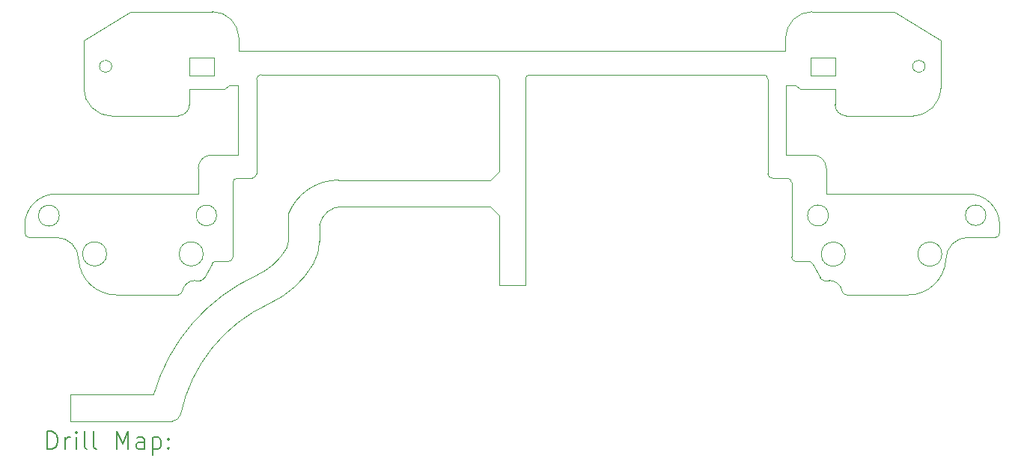
<source format=gbr>
%TF.GenerationSoftware,KiCad,Pcbnew,8.0.2*%
%TF.CreationDate,2024-12-03T00:09:43-08:00*%
%TF.ProjectId,procon_trigger_pcb,70726f63-6f6e-45f7-9472-69676765725f,rev?*%
%TF.SameCoordinates,Original*%
%TF.FileFunction,Drillmap*%
%TF.FilePolarity,Positive*%
%FSLAX45Y45*%
G04 Gerber Fmt 4.5, Leading zero omitted, Abs format (unit mm)*
G04 Created by KiCad (PCBNEW 8.0.2) date 2024-12-03 00:09:43*
%MOMM*%
%LPD*%
G01*
G04 APERTURE LIST*
%ADD10C,0.100000*%
%ADD11C,0.200000*%
G04 APERTURE END LIST*
D10*
X17348499Y-14004712D02*
G75*
G02*
X17298498Y-13954712I1J50002D01*
G01*
X27716348Y-14254712D02*
G75*
G02*
X27291348Y-14655085I-424998J25382D01*
G01*
X19160120Y-12502485D02*
X19160120Y-12324433D01*
X19701373Y-13334322D02*
X19869711Y-13334322D01*
X26388045Y-13756000D02*
G75*
G02*
X26151955Y-13756000I-118045J0D01*
G01*
X26151955Y-13756000D02*
G75*
G02*
X26388045Y-13756000I118045J0D01*
G01*
X19160120Y-12324433D02*
X19553746Y-12324433D01*
X17812500Y-16082877D02*
X17812500Y-15782877D01*
X19608523Y-12280374D02*
X19714030Y-12280374D01*
X26182998Y-11966473D02*
X26462510Y-11966473D01*
X19919711Y-13284322D02*
G75*
G02*
X19869711Y-13334321I-50001J2D01*
G01*
X19329665Y-14463379D02*
G75*
G02*
X19285394Y-14490143I-44275J23239D01*
G01*
X19969711Y-12163983D02*
X22611315Y-12163983D01*
X19651373Y-14226907D02*
G75*
G02*
X19601373Y-14276913I-50003J-3D01*
G01*
X17298499Y-13863500D02*
X17298498Y-13954712D01*
X26587510Y-12627485D02*
X27346633Y-12627485D01*
X22561315Y-13355000D02*
X22661315Y-13255000D01*
X28324131Y-13954712D02*
G75*
G02*
X28274131Y-14004711I-50011J12D01*
G01*
X19468335Y-13756000D02*
G75*
G02*
X19236665Y-13756000I-115835J0D01*
G01*
X19236665Y-13756000D02*
G75*
G02*
X19468335Y-13756000I115835J0D01*
G01*
X19259357Y-13513500D02*
X17648499Y-13513500D01*
X22611315Y-12163983D02*
G75*
G02*
X22661307Y-12213983I-5J-49997D01*
G01*
X27974131Y-13513500D02*
X26363273Y-13513500D01*
X26592605Y-14654328D02*
X27291348Y-14654328D01*
X27656633Y-11779304D02*
X27134772Y-11450588D01*
X26068884Y-12324433D02*
X26462510Y-12324433D01*
X27671461Y-14193500D02*
G75*
G02*
X27398539Y-14193500I-136461J0D01*
G01*
X27398539Y-14193500D02*
G75*
G02*
X27671461Y-14193500I136461J0D01*
G01*
X18331283Y-14654328D02*
X19030025Y-14654328D01*
X28324131Y-13954712D02*
X28324131Y-13863500D01*
X25903189Y-11892878D02*
X19719442Y-11892878D01*
X19413510Y-14303666D02*
G75*
G02*
X19457780Y-14276909I44270J-23244D01*
G01*
X26587510Y-12627485D02*
G75*
G02*
X26462505Y-12502485I-10J124995D01*
G01*
X19651373Y-13384322D02*
G75*
G02*
X19701373Y-13334323I49997J2D01*
G01*
X20280737Y-14050664D02*
G75*
G02*
X20260629Y-14125681I-149997J4D01*
G01*
X25903189Y-11750588D02*
X25903189Y-11892878D01*
X22561315Y-13355000D02*
X20848166Y-13355000D01*
X18275998Y-12627485D02*
G75*
G02*
X17965995Y-12317485I2J310005D01*
G01*
X27480083Y-12068956D02*
G75*
G02*
X27341565Y-12068956I-69259J0D01*
G01*
X27341565Y-12068956D02*
G75*
G02*
X27480083Y-12068956I69259J0D01*
G01*
X26213273Y-13071965D02*
G75*
G02*
X26363275Y-13221965I-3J-150005D01*
G01*
X18487858Y-11450588D02*
X17965998Y-11779304D01*
X26337236Y-14490139D02*
G75*
G02*
X26292961Y-14463382I-6J49999D01*
G01*
X26395837Y-14490139D02*
G75*
G02*
X26543407Y-14613282I-7J-150001D01*
G01*
X26337236Y-14490139D02*
X26395837Y-14490139D01*
X23011315Y-12163983D02*
X25652920Y-12163983D01*
X19919711Y-12213983D02*
G75*
G02*
X19969711Y-12163981I49999J3D01*
G01*
X19714030Y-13071965D02*
X19409357Y-13071965D01*
X25903189Y-11750588D02*
G75*
G02*
X26203189Y-11450589I300001J-2D01*
G01*
X26462510Y-11966473D02*
X26462510Y-12169859D01*
X20630737Y-13868482D02*
G75*
G02*
X20888518Y-13655001I257783J-48898D01*
G01*
X20563715Y-14300724D02*
G75*
G02*
X20067462Y-14751086I-950855J549154D01*
G01*
X25908600Y-13071965D02*
X25908600Y-12280374D01*
X26182998Y-12169859D02*
X26182998Y-11966473D01*
X26014107Y-12280374D02*
X26068884Y-12324433D01*
X26592605Y-14654328D02*
G75*
G02*
X26543410Y-14613282I-5J49998D01*
G01*
X17348499Y-14004712D02*
X17656283Y-14004712D01*
X18963702Y-16082877D02*
X17812500Y-16082877D01*
X25652920Y-12163983D02*
G75*
G02*
X25702917Y-12213983I-10J-50007D01*
G01*
X18331283Y-14654328D02*
G75*
G02*
X17907038Y-14254667I-3J424998D01*
G01*
X25752920Y-13334322D02*
X25921257Y-13334322D01*
X19553746Y-12324433D02*
X19608523Y-12280374D01*
X17688045Y-13758500D02*
G75*
G02*
X17451955Y-13758500I-118045J0D01*
G01*
X17451955Y-13758500D02*
G75*
G02*
X17688045Y-13758500I118045J0D01*
G01*
X19651373Y-14226907D02*
X19651373Y-13384322D01*
X26578961Y-14193500D02*
G75*
G02*
X26306039Y-14193500I-136461J0D01*
G01*
X26306039Y-14193500D02*
G75*
G02*
X26578961Y-14193500I136461J0D01*
G01*
X22661315Y-12213983D02*
X22661315Y-13255000D01*
X19919711Y-13284322D02*
X19919711Y-12213983D01*
X19329665Y-14463379D02*
X19413510Y-14303666D01*
X25752920Y-13334322D02*
G75*
G02*
X25702918Y-13284322I-10J49992D01*
G01*
X18281065Y-12068956D02*
G75*
G02*
X18142547Y-12068956I-69259J0D01*
G01*
X18142547Y-12068956D02*
G75*
G02*
X18281065Y-12068956I69259J0D01*
G01*
X20630737Y-13868482D02*
X20630737Y-14050664D01*
X19457780Y-14276907D02*
X19601373Y-14276907D01*
X19061520Y-16003657D02*
G75*
G02*
X18963702Y-16082874I-97820J20787D01*
G01*
X19160120Y-12169859D02*
X19160120Y-11966473D01*
X19419442Y-11450588D02*
G75*
G02*
X19719442Y-11750588I-2J-300002D01*
G01*
X19714030Y-12280374D02*
X19714030Y-13071965D01*
X20630737Y-14050664D02*
G75*
G02*
X20563713Y-14300723I-499997J4D01*
G01*
X19719442Y-11892878D02*
X19719442Y-11750588D01*
X17812500Y-15782877D02*
X18756190Y-15782877D01*
X26363273Y-13513500D02*
X26363273Y-13221965D01*
X26462510Y-12169859D02*
X26182998Y-12169859D01*
X26021257Y-14276907D02*
G75*
G02*
X25971253Y-14226907I-7J49997D01*
G01*
X26213273Y-13071965D02*
X25908600Y-13071965D01*
X27974131Y-13513500D02*
G75*
G02*
X28324130Y-13863500I-1J-350000D01*
G01*
X19439632Y-11966473D02*
X19439632Y-12169859D01*
X19259357Y-13221965D02*
G75*
G02*
X19409357Y-13071957I150003J5D01*
G01*
X19160120Y-11966473D02*
X19439632Y-11966473D01*
X20280737Y-13737529D02*
X20280737Y-14050664D01*
X26021257Y-14276907D02*
X26164850Y-14276907D01*
X25908600Y-12280374D02*
X26014107Y-12280374D01*
X22961315Y-12213983D02*
G75*
G02*
X23011315Y-12163975I50005J3D01*
G01*
X22661315Y-13755000D02*
X22661315Y-14542878D01*
X25971257Y-13384322D02*
X25971257Y-14226907D01*
X26209121Y-14303666D02*
X26292966Y-14463379D01*
X17656283Y-14004707D02*
G75*
G02*
X17906283Y-14254712I-3J-250003D01*
G01*
X19061520Y-16003657D02*
G75*
G02*
X20067462Y-14751085I1744138J-370497D01*
G01*
X20280737Y-13737529D02*
G75*
G02*
X20848166Y-13354999I567433J-229591D01*
G01*
X22961315Y-14542878D02*
X22961315Y-12213983D01*
X25921257Y-13334322D02*
G75*
G02*
X25971258Y-13384322I-7J-50008D01*
G01*
X19259357Y-13221965D02*
X19259357Y-13513500D01*
X19316461Y-14191000D02*
G75*
G02*
X19043539Y-14191000I-136461J0D01*
G01*
X19043539Y-14191000D02*
G75*
G02*
X19316461Y-14191000I136461J0D01*
G01*
X25702920Y-12213983D02*
X25702920Y-13284322D01*
X28168335Y-13753500D02*
G75*
G02*
X27936665Y-13753500I-115835J0D01*
G01*
X27936665Y-13753500D02*
G75*
G02*
X28168335Y-13753500I115835J0D01*
G01*
X22561315Y-13655000D02*
X20888518Y-13655000D01*
X26462510Y-12324433D02*
X26462510Y-12502485D01*
X18223961Y-14191000D02*
G75*
G02*
X17951039Y-14191000I-136461J0D01*
G01*
X17951039Y-14191000D02*
G75*
G02*
X18223961Y-14191000I136461J0D01*
G01*
X19079217Y-14613281D02*
G75*
G02*
X19226793Y-14490143I147573J-26859D01*
G01*
X27134772Y-11450588D02*
X26203189Y-11450588D01*
X19439632Y-12169859D02*
X19160120Y-12169859D01*
X18275998Y-12627485D02*
X19035120Y-12627485D01*
X19419442Y-11450588D02*
X18487858Y-11450588D01*
X27656633Y-12317485D02*
X27656633Y-11779304D01*
X17298499Y-13863500D02*
G75*
G02*
X17648499Y-13513499I350001J0D01*
G01*
X19226793Y-14490139D02*
X19285394Y-14490139D01*
X19079217Y-14613281D02*
G75*
G02*
X19030025Y-14654325I-49187J8951D01*
G01*
X19160120Y-12502485D02*
G75*
G02*
X19035120Y-12627480I-125000J5D01*
G01*
X26164850Y-14276907D02*
G75*
G02*
X26209120Y-14303667I10J-49983D01*
G01*
X22561315Y-13655000D02*
X22661315Y-13755000D01*
X18756191Y-15782877D02*
G75*
G02*
X19922560Y-14432493I2049480J-591293D01*
G01*
X17965998Y-11779304D02*
X17965998Y-12317485D01*
X27656633Y-12317485D02*
G75*
G02*
X27346633Y-12627483I-309993J-5D01*
G01*
X27966348Y-14004712D02*
X28274131Y-14004712D01*
X20260631Y-14125682D02*
G75*
G02*
X19922559Y-14432489I-647741J374082D01*
G01*
X27716348Y-14254712D02*
G75*
G02*
X27966348Y-14004718I249992J2D01*
G01*
X22661315Y-14542878D02*
X22961315Y-14542878D01*
D11*
X17554275Y-16399361D02*
X17554275Y-16199361D01*
X17554275Y-16199361D02*
X17601894Y-16199361D01*
X17601894Y-16199361D02*
X17630465Y-16208885D01*
X17630465Y-16208885D02*
X17649513Y-16227933D01*
X17649513Y-16227933D02*
X17659037Y-16246980D01*
X17659037Y-16246980D02*
X17668561Y-16285075D01*
X17668561Y-16285075D02*
X17668561Y-16313647D01*
X17668561Y-16313647D02*
X17659037Y-16351742D01*
X17659037Y-16351742D02*
X17649513Y-16370790D01*
X17649513Y-16370790D02*
X17630465Y-16389837D01*
X17630465Y-16389837D02*
X17601894Y-16399361D01*
X17601894Y-16399361D02*
X17554275Y-16399361D01*
X17754275Y-16399361D02*
X17754275Y-16266028D01*
X17754275Y-16304123D02*
X17763799Y-16285075D01*
X17763799Y-16285075D02*
X17773322Y-16275552D01*
X17773322Y-16275552D02*
X17792370Y-16266028D01*
X17792370Y-16266028D02*
X17811418Y-16266028D01*
X17878084Y-16399361D02*
X17878084Y-16266028D01*
X17878084Y-16199361D02*
X17868561Y-16208885D01*
X17868561Y-16208885D02*
X17878084Y-16218409D01*
X17878084Y-16218409D02*
X17887608Y-16208885D01*
X17887608Y-16208885D02*
X17878084Y-16199361D01*
X17878084Y-16199361D02*
X17878084Y-16218409D01*
X18001894Y-16399361D02*
X17982846Y-16389837D01*
X17982846Y-16389837D02*
X17973322Y-16370790D01*
X17973322Y-16370790D02*
X17973322Y-16199361D01*
X18106656Y-16399361D02*
X18087608Y-16389837D01*
X18087608Y-16389837D02*
X18078084Y-16370790D01*
X18078084Y-16370790D02*
X18078084Y-16199361D01*
X18335227Y-16399361D02*
X18335227Y-16199361D01*
X18335227Y-16199361D02*
X18401894Y-16342218D01*
X18401894Y-16342218D02*
X18468561Y-16199361D01*
X18468561Y-16199361D02*
X18468561Y-16399361D01*
X18649513Y-16399361D02*
X18649513Y-16294599D01*
X18649513Y-16294599D02*
X18639989Y-16275552D01*
X18639989Y-16275552D02*
X18620942Y-16266028D01*
X18620942Y-16266028D02*
X18582846Y-16266028D01*
X18582846Y-16266028D02*
X18563799Y-16275552D01*
X18649513Y-16389837D02*
X18630465Y-16399361D01*
X18630465Y-16399361D02*
X18582846Y-16399361D01*
X18582846Y-16399361D02*
X18563799Y-16389837D01*
X18563799Y-16389837D02*
X18554275Y-16370790D01*
X18554275Y-16370790D02*
X18554275Y-16351742D01*
X18554275Y-16351742D02*
X18563799Y-16332695D01*
X18563799Y-16332695D02*
X18582846Y-16323171D01*
X18582846Y-16323171D02*
X18630465Y-16323171D01*
X18630465Y-16323171D02*
X18649513Y-16313647D01*
X18744751Y-16266028D02*
X18744751Y-16466028D01*
X18744751Y-16275552D02*
X18763799Y-16266028D01*
X18763799Y-16266028D02*
X18801894Y-16266028D01*
X18801894Y-16266028D02*
X18820942Y-16275552D01*
X18820942Y-16275552D02*
X18830465Y-16285075D01*
X18830465Y-16285075D02*
X18839989Y-16304123D01*
X18839989Y-16304123D02*
X18839989Y-16361266D01*
X18839989Y-16361266D02*
X18830465Y-16380314D01*
X18830465Y-16380314D02*
X18820942Y-16389837D01*
X18820942Y-16389837D02*
X18801894Y-16399361D01*
X18801894Y-16399361D02*
X18763799Y-16399361D01*
X18763799Y-16399361D02*
X18744751Y-16389837D01*
X18925703Y-16380314D02*
X18935227Y-16389837D01*
X18935227Y-16389837D02*
X18925703Y-16399361D01*
X18925703Y-16399361D02*
X18916180Y-16389837D01*
X18916180Y-16389837D02*
X18925703Y-16380314D01*
X18925703Y-16380314D02*
X18925703Y-16399361D01*
X18925703Y-16275552D02*
X18935227Y-16285075D01*
X18935227Y-16285075D02*
X18925703Y-16294599D01*
X18925703Y-16294599D02*
X18916180Y-16285075D01*
X18916180Y-16285075D02*
X18925703Y-16275552D01*
X18925703Y-16275552D02*
X18925703Y-16294599D01*
M02*

</source>
